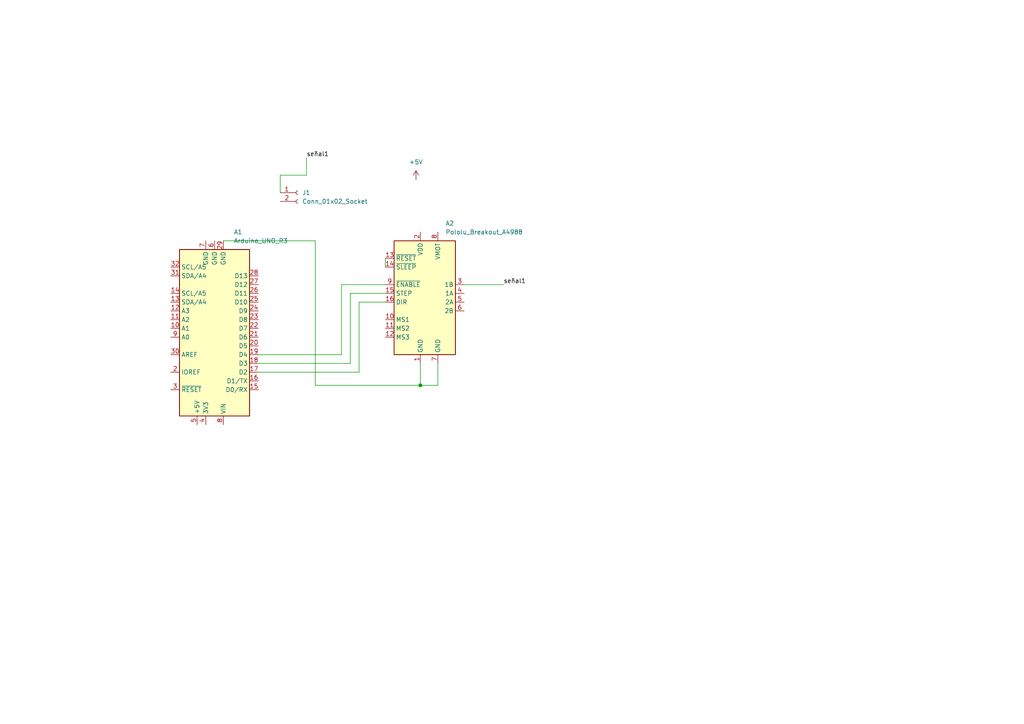
<source format=kicad_sch>
(kicad_sch (version 20231120) (generator "eeschema") (generator_version "8.0")
  (paper "A4")
  (lib_symbols
    (symbol "Connector:Conn_01x02_Socket" (pin_names (offset 1.016) hide)
      (property "Reference" "J" (at 0 2.54 0))
      (property "Value" "Conn_01x02_Socket" (at 0 -5.08 0))
      (symbol "Conn_01x02_Socket_1_1"
        (arc (start 0 -2.032) (mid -0.5058 -2.54) (end 0 -3.048) (stroke (width 0.1524)))
        (polyline (pts (xy -1.27 -2.54) (xy -0.508 -2.54)) (stroke (width 0.1524)))
        (polyline (pts (xy -1.27 0) (xy -0.508 0)) (stroke (width 0.1524)))
        (arc (start 0 0.508) (mid -0.5058 0) (end 0 -0.508) (stroke (width 0.1524)))
        (pin passive line (at -5.08 0 0) (length 3.81) (name "Pin_1") (number "1"))
        (pin passive line (at -5.08 -2.54 0) (length 3.81) (name "Pin_2") (number "2"))
      )
    )
    (symbol "Driver_Motor:Pololu_Breakout_A4988"
      (property "Reference" "A" (at -2.54 19.05 0))
      (property "Value" "Pololu_Breakout_A4988" (at -2.54 16.51 0))
      (symbol "Pololu_Breakout_A4988_0_1"
        (rectangle (start 10.16 -17.78) (end -7.62 15.24) (stroke (width 0.254)) (fill (type background)))
      )
      (symbol "Pololu_Breakout_A4988_1_1"
        (pin power_in line (at 0 -20.32 90) (length 2.54) (name "GND") (number "1"))
        (pin input line (at -10.16 -7.62 0) (length 2.54) (name "MS1") (number "10"))
        (pin input line (at -10.16 -10.16 0) (length 2.54) (name "MS2") (number "11"))
        (pin input line (at -10.16 -12.7 0) (length 2.54) (name "MS3") (number "12"))
        (pin input line (at -10.16 10.16 0) (length 2.54) (name "~{RESET}") (number "13"))
        (pin input line (at -10.16 7.62 0) (length 2.54) (name "~{SLEEP}") (number "14"))
        (pin input line (at -10.16 0 0) (length 2.54) (name "STEP") (number "15"))
        (pin input line (at -10.16 -2.54 0) (length 2.54) (name "DIR") (number "16"))
        (pin power_in line (at 0 17.78 270) (length 2.54) (name "VDD") (number "2"))
        (pin output line (at 12.7 2.54 180) (length 2.54) (name "1B") (number "3"))
        (pin output line (at 12.7 0 180) (length 2.54) (name "1A") (number "4"))
        (pin output line (at 12.7 -2.54 180) (length 2.54) (name "2A") (number "5"))
        (pin output line (at 12.7 -5.08 180) (length 2.54) (name "2B") (number "6"))
        (pin power_in line (at 5.08 -20.32 90) (length 2.54) (name "GND") (number "7"))
        (pin power_in line (at 5.08 17.78 270) (length 2.54) (name "VMOT") (number "8"))
        (pin input line (at -10.16 2.54 0) (length 2.54) (name "~{ENABLE}") (number "9"))
      )
    )
    (symbol "MCU_Module:Arduino_UNO_R3"
      (property "Reference" "A" (at -10.16 23.495 0))
      (property "Value" "Arduino_UNO_R3" (at 5.08 -26.67 0))
      (symbol "Arduino_UNO_R3_0_1"
        (rectangle (start -10.16 22.86) (end 10.16 -25.4) (stroke (width 0.254)) (fill (type background)))
      )
      (symbol "Arduino_UNO_R3_1_1"
        (pin no_connect line (at -10.16 -20.32 0) (length 2.54) hide (name "NC") (number "1"))
        (pin bidirectional line (at 12.7 -2.54 180) (length 2.54) (name "A1") (number "10"))
        (pin bidirectional line (at 12.7 -5.08 180) (length 2.54) (name "A2") (number "11"))
        (pin bidirectional line (at 12.7 -7.62 180) (length 2.54) (name "A3") (number "12"))
        (pin bidirectional line (at 12.7 -10.16 180) (length 2.54) (name "SDA/A4") (number "13"))
        (pin bidirectional line (at 12.7 -12.7 180) (length 2.54) (name "SCL/A5") (number "14"))
        (pin bidirectional line (at -12.7 15.24 0) (length 2.54) (name "D0/RX") (number "15"))
        (pin bidirectional line (at -12.7 12.7 0) (length 2.54) (name "D1/TX") (number "16"))
        (pin bidirectional line (at -12.7 10.16 0) (length 2.54) (name "D2") (number "17"))
        (pin bidirectional line (at -12.7 7.62 0) (length 2.54) (name "D3") (number "18"))
        (pin bidirectional line (at -12.7 5.08 0) (length 2.54) (name "D4") (number "19"))
        (pin output line (at 12.7 10.16 180) (length 2.54) (name "IOREF") (number "2"))
        (pin bidirectional line (at -12.7 2.54 0) (length 2.54) (name "D5") (number "20"))
        (pin bidirectional line (at -12.7 0 0) (length 2.54) (name "D6") (number "21"))
        (pin bidirectional line (at -12.7 -2.54 0) (length 2.54) (name "D7") (number "22"))
        (pin bidirectional line (at -12.7 -5.08 0) (length 2.54) (name "D8") (number "23"))
        (pin bidirectional line (at -12.7 -7.62 0) (length 2.54) (name "D9") (number "24"))
        (pin bidirectional line (at -12.7 -10.16 0) (length 2.54) (name "D10") (number "25"))
        (pin bidirectional line (at -12.7 -12.7 0) (length 2.54) (name "D11") (number "26"))
        (pin bidirectional line (at -12.7 -15.24 0) (length 2.54) (name "D12") (number "27"))
        (pin bidirectional line (at -12.7 -17.78 0) (length 2.54) (name "D13") (number "28"))
        (pin power_in line (at -2.54 -27.94 90) (length 2.54) (name "GND") (number "29"))
        (pin input line (at 12.7 15.24 180) (length 2.54) (name "~{RESET}") (number "3"))
        (pin input line (at 12.7 5.08 180) (length 2.54) (name "AREF") (number "30"))
        (pin bidirectional line (at 12.7 -17.78 180) (length 2.54) (name "SDA/A4") (number "31"))
        (pin bidirectional line (at 12.7 -20.32 180) (length 2.54) (name "SCL/A5") (number "32"))
        (pin power_out line (at 2.54 25.4 270) (length 2.54) (name "3V3") (number "4"))
        (pin power_out line (at 5.08 25.4 270) (length 2.54) (name "+5V") (number "5"))
        (pin power_in line (at 0 -27.94 90) (length 2.54) (name "GND") (number "6"))
        (pin power_in line (at 2.54 -27.94 90) (length 2.54) (name "GND") (number "7"))
        (pin power_in line (at -2.54 25.4 270) (length 2.54) (name "VIN") (number "8"))
        (pin bidirectional line (at 12.7 0 180) (length 2.54) (name "A0") (number "9"))
      )
    )
    (symbol "power:+5V" (power) (pin_numbers hide) (pin_names (offset 0) hide)
      (property "Value" "+5V" (at 0 3.556 0))
      (symbol "+5V_0_1"
        (polyline (pts (xy -0.762 1.27) (xy 0 2.54)))
        (polyline (pts (xy 0 0) (xy 0 2.54)))
        (polyline (pts (xy 0 2.54) (xy 0.762 1.27)))
      )
      (symbol "+5V_1_1"
        (pin power_in line (at 0 0 90) (length 0) (name "~") (number "1"))
      )
    )
  )
  (junction (at 121.92 111.76))
  (wire (pts (xy 111.76 74.93) (xy 111.76 77.47)))
  (wire (pts (xy 101.6 85.09) (xy 111.76 85.09)))
  (wire (pts (xy 104.14 87.63) (xy 111.76 87.63)))
  (wire (pts (xy 64.77 69.85) (xy 91.44 69.85)))
  (wire (pts (xy 121.92 111.76) (xy 121.92 105.41)))
  (wire (pts (xy 99.06 82.55) (xy 99.06 102.87)))
  (wire (pts (xy 127 105.41) (xy 127 111.76)))
  (wire (pts (xy 91.44 111.76) (xy 121.92 111.76)))
  (wire (pts (xy 81.28 50.8) (xy 81.28 55.88)))
  (wire (pts (xy 74.93 105.41) (xy 101.6 105.41)))
  (wire (pts (xy 88.9 45.72) (xy 88.9 50.8)))
  (wire (pts (xy 127 111.76) (xy 121.92 111.76)))
  (wire (pts (xy 88.9 50.8) (xy 81.28 50.8)))
  (wire (pts (xy 99.06 102.87) (xy 74.93 102.87)))
  (wire (pts (xy 111.76 82.55) (xy 99.06 82.55)))
  (wire (pts (xy 101.6 105.41) (xy 101.6 85.09)))
  (wire (pts (xy 134.62 82.55) (xy 146.05 82.55)))
  (wire (pts (xy 104.14 107.95) (xy 104.14 87.63)))
  (wire (pts (xy 91.44 69.85) (xy 91.44 111.76)))
  (wire (pts (xy 74.93 107.95) (xy 104.14 107.95)))
  (label "señal1" (at 88.9 45.72 0))
  (label "señal1" (at 146.05 82.55 0))
  (symbol (lib_id "power:+5V") (at 120.65 52.07 0) (unit 1)
    (property "Reference" "#PWR01" (effects (hide yes)))
    (property "Value" "+5V" (at 120.65 46.99 0))
    (property "Description" "Power symbol creates a global label with name \"+5V\"" (effects (hide yes)))
  )
  (symbol (lib_id "MCU_Module:Arduino_UNO_R3") (at 62.23 97.79 180) (unit 1)
    (property "Reference" "A1" (at 67.7865 67.31 0) (effects (justify right)))
    (property "Value" "Arduino_UNO_R3" (at 67.7865 69.85 0) (effects (justify right)))
    (property "Footprint" "Module:Arduino_UNO_R3" (effects (hide yes)))
    (property "Datasheet" "https://www.arduino.cc/en/Main/arduinoBoardUno" (effects (hide yes)))
    (property "Description" "Arduino UNO Microcontroller Module, release 3" (effects (hide yes)))
  )
  (symbol (lib_id "Connector:Conn_01x02_Socket") (at 86.36 55.88 0) (unit 1)
    (property "Reference" "J1" (at 87.63 55.8799 0) (effects (justify left)))
    (property "Value" "Conn_01x02_Socket" (at 87.63 58.4199 0) (effects (justify left)))
    (property "Description" "Generic connector, single row, 01x02, script generated" (effects (hide yes)))
  )
  (symbol (lib_id "Driver_Motor:Pololu_Breakout_A4988") (at 121.92 85.09 0) (unit 1)
    (property "Reference" "A2" (at 129.1941 64.77 0) (effects (justify left)))
    (property "Value" "Pololu_Breakout_A4988" (at 129.1941 67.31 0) (effects (justify left)))
    (property "Footprint" "Module:Pololu_Breakout-16_15.2x20.3mm" (effects (hide yes)))
    (property "Datasheet" "https://www.pololu.com/product/2980/pictures" (effects (hide yes)))
    (property "Description" "Pololu Breakout Board, Stepper Driver A4988" (effects (hide yes)))
  )
)
</source>
